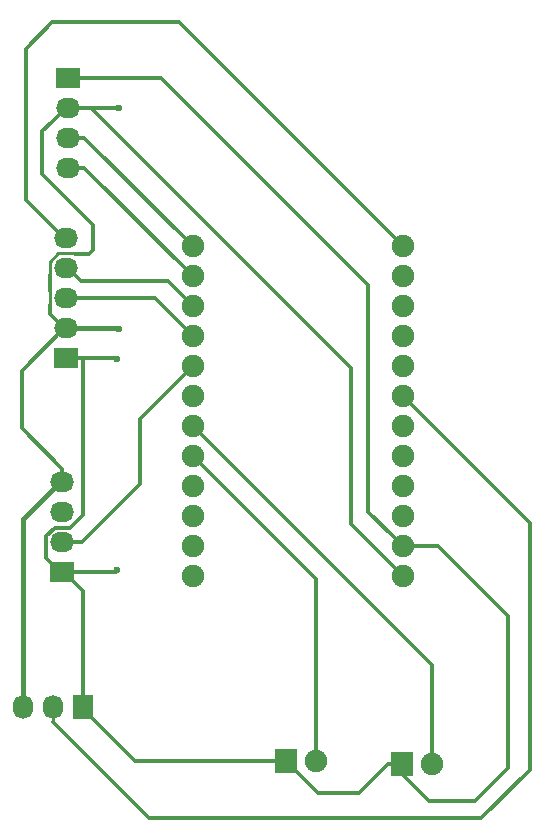
<source format=gbr>
G04 #@! TF.FileFunction,Copper,L2,Bot,Signal*
%FSLAX46Y46*%
G04 Gerber Fmt 4.6, Leading zero omitted, Abs format (unit mm)*
G04 Created by KiCad (PCBNEW 4.0.2+e4-6225~38~ubuntu16.04.1-stable) date Fri 08 Jul 2016 09:50:34 SAST*
%MOMM*%
G01*
G04 APERTURE LIST*
%ADD10C,0.100000*%
%ADD11C,1.900000*%
%ADD12R,2.032000X1.727200*%
%ADD13O,2.032000X1.727200*%
%ADD14R,1.900000X2.000000*%
%ADD15R,1.727200X2.032000*%
%ADD16O,1.727200X2.032000*%
%ADD17C,0.600000*%
%ADD18C,0.300000*%
%ADD19C,0.350000*%
%ADD20C,0.250000*%
%ADD21C,0.450000*%
G04 APERTURE END LIST*
D10*
D11*
X100330000Y-90170000D03*
X100330000Y-87630000D03*
X100330000Y-85090000D03*
X100330000Y-82550000D03*
X100330000Y-80010000D03*
X100330000Y-77470000D03*
X100330000Y-74930000D03*
X100330000Y-72390000D03*
X100330000Y-69850000D03*
X100330000Y-67310000D03*
X100330000Y-64770000D03*
X100330000Y-62230000D03*
X82550000Y-90170000D03*
X82550000Y-87630000D03*
X82550000Y-85090000D03*
X82550000Y-82550000D03*
X82550000Y-80010000D03*
X82550000Y-77470000D03*
X82550000Y-74930000D03*
X82550000Y-72390000D03*
X82550000Y-69850000D03*
X82550000Y-67310000D03*
X82550000Y-64770000D03*
X82550000Y-62230000D03*
D12*
X71820000Y-71690000D03*
D13*
X71820000Y-69150000D03*
X71820000Y-66610000D03*
X71820000Y-64070000D03*
X71820000Y-61530000D03*
D14*
X90410000Y-105780000D03*
D11*
X92950000Y-105780000D03*
D14*
X100230000Y-106090000D03*
D11*
X102770000Y-106090000D03*
D15*
X73260000Y-101240000D03*
D16*
X70720000Y-101240000D03*
X68180000Y-101240000D03*
D12*
X71480000Y-89790000D03*
D13*
X71480000Y-87250000D03*
X71480000Y-84710000D03*
X71480000Y-82170000D03*
D12*
X71942457Y-47951728D03*
D13*
X71942457Y-50491728D03*
X71942457Y-53031728D03*
X71942457Y-55571728D03*
D17*
X76140000Y-89660000D03*
X76160000Y-71780000D03*
X76310000Y-50500000D03*
X76310000Y-69230000D03*
D18*
X71820000Y-71690000D02*
X76070000Y-71690000D01*
D19*
X76010000Y-89790000D02*
X71480000Y-89790000D01*
D18*
X76140000Y-89660000D02*
X76010000Y-89790000D01*
X76070000Y-71690000D02*
X76160000Y-71780000D01*
X71820000Y-71690000D02*
X73086000Y-71690000D01*
X71327600Y-89790000D02*
X71480000Y-89790000D01*
X73086000Y-71690000D02*
X73240000Y-71844000D01*
X73240000Y-71844000D02*
X73240000Y-84946128D01*
D19*
X70138990Y-88601390D02*
X71327600Y-89790000D01*
D18*
X73240000Y-84946128D02*
X72124738Y-86061390D01*
X72124738Y-86061390D02*
X70835262Y-86061390D01*
X70835262Y-86061390D02*
X70138990Y-86757662D01*
X70138990Y-86757662D02*
X70138990Y-88601390D01*
D19*
X73260000Y-101240000D02*
X73260000Y-91417600D01*
X73260000Y-91417600D02*
X71632400Y-89790000D01*
D18*
X71632400Y-89790000D02*
X71480000Y-89790000D01*
D19*
X109200000Y-93540000D02*
X103290000Y-87630000D01*
X103290000Y-87630000D02*
X100330000Y-87630000D01*
X109200000Y-106430000D02*
X109200000Y-93540000D01*
D18*
X106400000Y-109230000D02*
X109200000Y-106430000D01*
D19*
X102540000Y-109230000D02*
X106400000Y-109230000D01*
D18*
X100230000Y-106920000D02*
X102540000Y-109230000D01*
X100230000Y-106090000D02*
X100230000Y-106920000D01*
X100230000Y-106280000D02*
X100230000Y-106090000D01*
X100230000Y-106090000D02*
X99030000Y-106090000D01*
X99030000Y-106090000D02*
X96580000Y-108540000D01*
X96580000Y-108540000D02*
X93120000Y-108540000D01*
X93120000Y-108540000D02*
X90410000Y-105830000D01*
X90410000Y-105830000D02*
X90410000Y-105780000D01*
X90410000Y-105780000D02*
X77647600Y-105780000D01*
X77647600Y-105780000D02*
X73260000Y-101392400D01*
X73260000Y-101392400D02*
X73260000Y-101240000D01*
X71942457Y-47951728D02*
X79841728Y-47951728D01*
X79841728Y-47951728D02*
X97410000Y-65520000D01*
D19*
X97410000Y-65520000D02*
X97410000Y-84710000D01*
X97410000Y-84710000D02*
X99380001Y-86680001D01*
X99380001Y-86680001D02*
X100330000Y-87630000D01*
X92950000Y-105780000D02*
X92950000Y-90410000D01*
X92950000Y-90410000D02*
X82550000Y-80010000D01*
D20*
X102770000Y-106090000D02*
X102774712Y-106085288D01*
D19*
X102774712Y-106085288D02*
X102774712Y-97694712D01*
X102774712Y-97694712D02*
X83499999Y-78419999D01*
X83499999Y-78419999D02*
X82550000Y-77470000D01*
X70660000Y-43250000D02*
X81350000Y-43250000D01*
X81350000Y-43250000D02*
X100330000Y-62230000D01*
X68410000Y-45500000D02*
X70660000Y-43250000D01*
X68410000Y-58272400D02*
X68410000Y-45500000D01*
D20*
X71820000Y-61530000D02*
X71667600Y-61530000D01*
D19*
X71667600Y-61530000D02*
X68410000Y-58272400D01*
D20*
X70720000Y-101240000D02*
X70720000Y-102506000D01*
D19*
X111060000Y-85660000D02*
X101279999Y-75879999D01*
D18*
X70720000Y-102506000D02*
X78844000Y-110630000D01*
X78844000Y-110630000D02*
X106980000Y-110630000D01*
D19*
X106980000Y-110630000D02*
X111060000Y-106550000D01*
X101279999Y-75879999D02*
X100330000Y-74930000D01*
X111060000Y-106550000D02*
X111060000Y-85660000D01*
D20*
X70720000Y-101240000D02*
X70720000Y-101087600D01*
D19*
X71480000Y-87250000D02*
X73180000Y-87250000D01*
X73180000Y-87250000D02*
X78060000Y-82370000D01*
X78060000Y-82370000D02*
X78060000Y-76880000D01*
X78060000Y-76880000D02*
X81600001Y-73339999D01*
X81600001Y-73339999D02*
X82550000Y-72390000D01*
X71820000Y-66610000D02*
X79310000Y-66610000D01*
X79310000Y-66610000D02*
X82550000Y-69850000D01*
X81600001Y-66360001D02*
X82550000Y-67310000D01*
X73086000Y-65183600D02*
X80423600Y-65183600D01*
X71972400Y-64070000D02*
X73086000Y-65183600D01*
D20*
X71820000Y-64070000D02*
X71972400Y-64070000D01*
D19*
X80423600Y-65183600D02*
X81600001Y-66360001D01*
X71942457Y-55571728D02*
X73351728Y-55571728D01*
X73351728Y-55571728D02*
X82550000Y-64770000D01*
X71942457Y-53031728D02*
X73351728Y-53031728D01*
X73351728Y-53031728D02*
X82550000Y-62230000D01*
X71820000Y-69150000D02*
X76230000Y-69150000D01*
X76230000Y-69150000D02*
X71820000Y-69150000D01*
X71820000Y-69150000D02*
X71900000Y-69230000D01*
X71900000Y-69230000D02*
X76310000Y-69230000D01*
X71820000Y-69150000D02*
X76250000Y-69260000D01*
X76311728Y-50491728D02*
X71942457Y-50491728D01*
D20*
X76310000Y-50500000D02*
X76311728Y-50491728D01*
X76250000Y-69260000D02*
X76310000Y-69230000D01*
D19*
X69788996Y-52492789D02*
X69788996Y-56098996D01*
X70601447Y-51680338D02*
X69788996Y-52492789D01*
X69788996Y-56098996D02*
X74110000Y-60420000D01*
X74110000Y-60420000D02*
X74110000Y-62510000D01*
D20*
X72535449Y-62881390D02*
X72485449Y-62831390D01*
D19*
X74110000Y-62510000D02*
X73738610Y-62881390D01*
X73738610Y-62881390D02*
X72535449Y-62881390D01*
D20*
X72485449Y-62831390D02*
X71154551Y-62831390D01*
X70428990Y-67123049D02*
X70478990Y-67173049D01*
X71154551Y-62831390D02*
X70428990Y-63556951D01*
X70428990Y-63556951D02*
X70428990Y-64583049D01*
X70428990Y-64583049D02*
X70478990Y-64633049D01*
D19*
X70478990Y-64633049D02*
X70478990Y-66046951D01*
D20*
X70478990Y-66046951D02*
X70428990Y-66096951D01*
X70428990Y-66096951D02*
X70428990Y-67123049D01*
D19*
X70478990Y-67173049D02*
X70478990Y-67961390D01*
X70478990Y-67961390D02*
X71667600Y-69150000D01*
D20*
X71942457Y-50491728D02*
X73904179Y-50491728D01*
D19*
X73904179Y-50491728D02*
X95910000Y-72497549D01*
X95910000Y-72497549D02*
X95910000Y-85750000D01*
X95910000Y-85750000D02*
X99380001Y-89220001D01*
X99380001Y-89220001D02*
X100330000Y-90170000D01*
D20*
X71942457Y-50491728D02*
X71790057Y-50491728D01*
D19*
X71790057Y-50491728D02*
X70601447Y-51680338D01*
D20*
X71667600Y-69150000D02*
X71820000Y-69150000D01*
D19*
X71667600Y-69150000D02*
X68040000Y-72777600D01*
X68040000Y-72777600D02*
X68040000Y-77616400D01*
X68040000Y-77616400D02*
X71480000Y-81056400D01*
X71480000Y-81056400D02*
X71480000Y-82170000D01*
D21*
X68180000Y-101240000D02*
X68180000Y-85317600D01*
X68180000Y-85317600D02*
X71327600Y-82170000D01*
D20*
X71327600Y-82170000D02*
X71480000Y-82170000D01*
M02*

</source>
